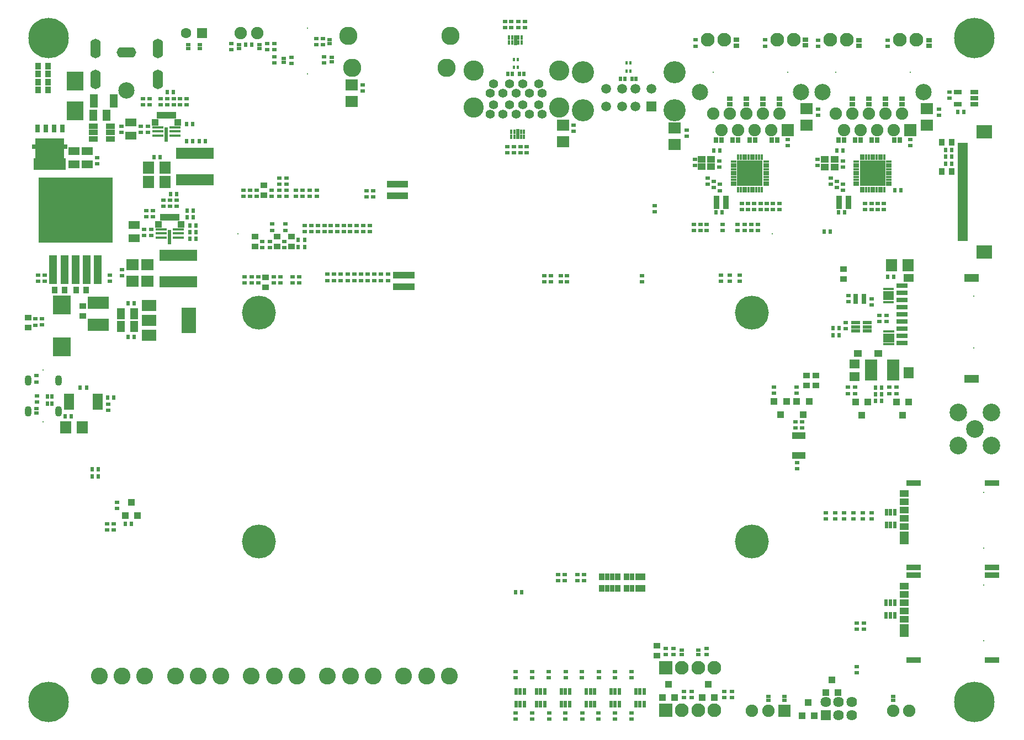
<source format=gbs>
G04*
G04 #@! TF.GenerationSoftware,Altium Limited,Altium Designer,23.4.1 (23)*
G04*
G04 Layer_Color=16711935*
%FSLAX25Y25*%
%MOIN*%
G70*
G04*
G04 #@! TF.SameCoordinates,6A7C3DE4-8593-4091-87D5-6454EB1C75A9*
G04*
G04*
G04 #@! TF.FilePolarity,Negative*
G04*
G01*
G75*
%ADD95R,0.02933X0.02233*%
%ADD97R,0.03800X0.04300*%
%ADD100R,0.01975X0.03156*%
%ADD101R,0.01581X0.02368*%
%ADD103R,0.04028X0.04422*%
%ADD105R,0.02233X0.02933*%
%ADD106R,0.02972X0.02272*%
%ADD107R,0.02272X0.02972*%
%ADD115R,0.04540X0.04147*%
%ADD122R,0.03398X0.02965*%
%ADD133R,0.03972X0.03472*%
%ADD149R,0.03156X0.01975*%
%ADD153R,0.04737X0.04737*%
%ADD162C,0.06400*%
%ADD163R,0.06400X0.06400*%
%ADD164C,0.20485*%
%ADD165C,0.00800*%
%ADD166C,0.11036*%
%ADD167C,0.10642*%
%ADD168C,0.07487*%
%ADD169R,0.08274X0.08274*%
%ADD170C,0.08274*%
%ADD171C,0.07487*%
%ADD172C,0.08274*%
%ADD173C,0.09849*%
%ADD174R,0.07487X0.07487*%
%ADD175O,0.04331X0.06299*%
%ADD176C,0.24422*%
%ADD177C,0.13386*%
%ADD178C,0.05906*%
%ADD179R,0.05906X0.05906*%
%ADD180C,0.12211*%
%ADD181C,0.05518*%
%ADD182C,0.09843*%
%ADD183C,0.00394*%
%ADD184O,0.06299X0.11811*%
%ADD185O,0.11811X0.06299*%
%ADD186C,0.06299*%
%ADD187R,0.06394X0.06299*%
%ADD188R,0.00800X0.00800*%
%ADD189C,0.07480*%
%ADD190R,0.07480X0.07480*%
%ADD191C,0.10243*%
%ADD637R,0.03550X0.01187*%
%ADD638R,0.02965X0.03398*%
%ADD639R,0.03950X0.01981*%
%ADD640R,0.06706X0.01784*%
%ADD641R,0.01981X0.04442*%
%ADD642R,0.02178X0.08674*%
%ADD643R,0.06551X0.04551*%
%ADD644R,0.06800X0.07800*%
%ADD645R,0.22847X0.06902*%
%ADD646R,0.02375X0.06312*%
%ADD647R,0.01587X0.03162*%
%ADD648R,0.10249X0.11824*%
%ADD649R,0.06312X0.01981*%
%ADD650R,0.02375X0.03950*%
%ADD651R,0.03359X0.04343*%
%ADD652R,0.02887X0.04343*%
%ADD653R,0.04300X0.03800*%
%ADD654R,0.09061X0.05124*%
%ADD655R,0.06306X0.06699*%
%ADD656R,0.06306X0.05124*%
%ADD657R,0.06699X0.03156*%
%ADD658R,0.04737X0.03162*%
%ADD659R,0.10918X0.11784*%
%ADD660R,0.03472X0.03972*%
%ADD661R,0.01187X0.03550*%
%ADD662R,0.15361X0.15361*%
%ADD663R,0.03556X0.07887*%
%ADD664R,0.09461X0.08280*%
%ADD665R,0.05918X0.01981*%
%ADD666R,0.07800X0.06800*%
%ADD667R,0.02802X0.02743*%
%ADD668R,0.03156X0.04928*%
%ADD669R,0.03280X0.04343*%
%ADD670R,0.05328X0.02375*%
%ADD671R,0.04816X0.17808*%
%ADD672R,0.44816X0.39816*%
%ADD673R,0.04973X0.07965*%
%ADD674R,0.04551X0.06551*%
%ADD675R,0.05603X0.03241*%
%ADD676R,0.12611X0.07493*%
%ADD677R,0.08674X0.15761*%
%ADD678R,0.08674X0.06706*%
%ADD679R,0.09068X0.03556*%
%ADD680R,0.05288X0.03950*%
%ADD681R,0.07493X0.12611*%
%ADD682R,0.01981X0.03950*%
%ADD683R,0.04540X0.04343*%
%ADD684R,0.05997X0.05524*%
%ADD685R,0.02769X0.01981*%
%ADD686R,0.03261X0.01784*%
%ADD687R,0.03261X0.02572*%
G36*
X25004Y356503D02*
X25041Y356492D01*
X25076Y356473D01*
X25107Y356448D01*
X25132Y356418D01*
X25150Y356383D01*
X25162Y356345D01*
X25166Y356306D01*
Y344499D01*
X25949D01*
X25988Y344495D01*
X26026Y344484D01*
X26060Y344465D01*
X26091Y344440D01*
X26116Y344410D01*
X26134Y344375D01*
X26146Y344337D01*
X26150Y344298D01*
Y337802D01*
X26146Y337763D01*
X26134Y337725D01*
X26116Y337690D01*
X26091Y337660D01*
X26060Y337635D01*
X26026Y337616D01*
X25988Y337605D01*
X25949Y337601D01*
X7051D01*
X7012Y337605D01*
X6974Y337616D01*
X6939Y337635D01*
X6909Y337660D01*
X6884Y337690D01*
X6865Y337725D01*
X6854Y337763D01*
X6850Y337802D01*
Y344298D01*
X6854Y344337D01*
X6865Y344375D01*
X6884Y344410D01*
X6909Y344440D01*
X6939Y344465D01*
X6974Y344484D01*
X7012Y344495D01*
X7051Y344499D01*
X7834D01*
Y356306D01*
X7838Y356345D01*
X7850Y356383D01*
X7868Y356418D01*
X7893Y356448D01*
X7924Y356473D01*
X7959Y356492D01*
X7996Y356503D01*
X8035Y356507D01*
X24964D01*
X25004Y356503D01*
D02*
G37*
D95*
X503850Y33433D02*
D03*
Y37133D02*
D03*
X495425Y325131D02*
D03*
Y328831D02*
D03*
X491706Y326881D02*
D03*
Y330581D02*
D03*
X487962Y328731D02*
D03*
Y332431D02*
D03*
X431654Y304444D02*
D03*
Y300744D02*
D03*
X436041Y304444D02*
D03*
Y300744D02*
D03*
X443951Y304444D02*
D03*
Y300744D02*
D03*
X440006Y304444D02*
D03*
Y300744D02*
D03*
X421224Y325031D02*
D03*
Y328731D02*
D03*
X417505Y330581D02*
D03*
Y326881D02*
D03*
X413762Y332431D02*
D03*
Y328731D02*
D03*
X441901Y317299D02*
D03*
Y313599D02*
D03*
X520061Y317299D02*
D03*
Y313599D02*
D03*
X192072Y270692D02*
D03*
Y274392D02*
D03*
X208500Y270692D02*
D03*
Y274392D02*
D03*
X216551D02*
D03*
Y270692D02*
D03*
X212495Y274392D02*
D03*
Y270692D02*
D03*
X184100D02*
D03*
Y274392D02*
D03*
X204382Y270692D02*
D03*
Y274392D02*
D03*
X196269Y270692D02*
D03*
Y274392D02*
D03*
X220608D02*
D03*
Y270692D02*
D03*
X95180Y376982D02*
D03*
Y380682D02*
D03*
X99075Y376982D02*
D03*
Y380682D02*
D03*
X91343Y376982D02*
D03*
Y380682D02*
D03*
X76908Y376982D02*
D03*
Y380682D02*
D03*
X72705Y376982D02*
D03*
Y380682D02*
D03*
X190072Y304050D02*
D03*
Y300350D02*
D03*
X126089Y413948D02*
D03*
Y410248D02*
D03*
X147800Y413948D02*
D03*
Y410248D02*
D03*
X323272Y93033D02*
D03*
Y89333D02*
D03*
X374100Y269950D02*
D03*
Y273650D02*
D03*
X423885Y18593D02*
D03*
Y22293D02*
D03*
X413197Y48242D02*
D03*
Y44542D02*
D03*
X307900Y34350D02*
D03*
Y30650D02*
D03*
X51133Y119847D02*
D03*
Y123547D02*
D03*
X54981Y119847D02*
D03*
Y123547D02*
D03*
X56995Y132736D02*
D03*
Y136436D02*
D03*
X453223Y313599D02*
D03*
Y317299D02*
D03*
X449449Y313599D02*
D03*
Y317299D02*
D03*
X445675Y313599D02*
D03*
Y317299D02*
D03*
X434352Y313589D02*
D03*
Y317289D02*
D03*
X438126Y313589D02*
D03*
Y317289D02*
D03*
X516351Y313599D02*
D03*
Y317299D02*
D03*
X508769Y313599D02*
D03*
Y317299D02*
D03*
X512600Y313599D02*
D03*
Y317299D02*
D03*
X205678Y300350D02*
D03*
Y304050D02*
D03*
X209880Y300350D02*
D03*
Y304050D02*
D03*
X207817Y324863D02*
D03*
Y321163D02*
D03*
X211749Y324863D02*
D03*
Y321163D02*
D03*
X381700Y315850D02*
D03*
Y312150D02*
D03*
X422649Y300744D02*
D03*
Y304444D02*
D03*
X421684Y270250D02*
D03*
Y273950D02*
D03*
X433206Y270250D02*
D03*
Y273950D02*
D03*
X427213Y270250D02*
D03*
Y273950D02*
D03*
X335000Y89333D02*
D03*
Y93033D02*
D03*
X388300Y44542D02*
D03*
Y48242D02*
D03*
X393052Y44542D02*
D03*
Y48242D02*
D03*
X404063Y22267D02*
D03*
Y18567D02*
D03*
X428400Y22293D02*
D03*
Y18593D02*
D03*
X413217Y304444D02*
D03*
Y300744D02*
D03*
X409283D02*
D03*
Y304444D02*
D03*
X292925Y351610D02*
D03*
Y347910D02*
D03*
X296816Y351610D02*
D03*
Y347910D02*
D03*
X51651Y196003D02*
D03*
Y192303D02*
D03*
X401028Y361480D02*
D03*
Y357780D02*
D03*
X406309Y412353D02*
D03*
Y416053D02*
D03*
X448309Y412353D02*
D03*
Y416053D02*
D03*
X480580Y374337D02*
D03*
Y370637D02*
D03*
X522500Y412317D02*
D03*
Y416017D02*
D03*
X480500D02*
D03*
Y412317D02*
D03*
X553291Y374337D02*
D03*
Y370637D02*
D03*
X291401Y427183D02*
D03*
Y423483D02*
D03*
X295255Y427183D02*
D03*
Y423483D02*
D03*
X332800Y360880D02*
D03*
Y364580D02*
D03*
X162565Y401862D02*
D03*
Y405562D02*
D03*
X170566Y304050D02*
D03*
Y300350D02*
D03*
X181963Y402262D02*
D03*
Y405962D02*
D03*
X177319Y416927D02*
D03*
Y413227D02*
D03*
X205517Y388784D02*
D03*
Y385084D02*
D03*
X152139Y405980D02*
D03*
Y402280D02*
D03*
X405550Y304444D02*
D03*
Y300744D02*
D03*
X399536Y18567D02*
D03*
Y22267D02*
D03*
X315000Y273650D02*
D03*
Y269950D02*
D03*
X319200Y273650D02*
D03*
Y269950D02*
D03*
X502900Y206061D02*
D03*
Y202361D02*
D03*
X497166Y245301D02*
D03*
Y241601D02*
D03*
X155086Y332700D02*
D03*
Y329000D02*
D03*
X159275Y332700D02*
D03*
Y329000D02*
D03*
X9397Y270150D02*
D03*
Y273850D02*
D03*
X13397D02*
D03*
Y270150D02*
D03*
X52600Y273850D02*
D03*
Y270150D02*
D03*
X74705Y309249D02*
D03*
Y312949D02*
D03*
X78908Y309249D02*
D03*
Y312949D02*
D03*
X93143Y319149D02*
D03*
Y315449D02*
D03*
X485225Y130159D02*
D03*
Y126459D02*
D03*
X527700Y202361D02*
D03*
Y206061D02*
D03*
X523300Y202361D02*
D03*
Y206061D02*
D03*
X453901Y202472D02*
D03*
Y206172D02*
D03*
X467590Y202472D02*
D03*
Y206172D02*
D03*
X490723Y130159D02*
D03*
Y126459D02*
D03*
X496257Y130159D02*
D03*
Y126459D02*
D03*
X501774Y130159D02*
D03*
Y126459D02*
D03*
X507279Y130159D02*
D03*
Y126459D02*
D03*
X367900Y5600D02*
D03*
Y9300D02*
D03*
Y30650D02*
D03*
Y34350D02*
D03*
X337900Y30650D02*
D03*
Y34350D02*
D03*
X357900Y30650D02*
D03*
Y34350D02*
D03*
X348000Y30650D02*
D03*
Y34350D02*
D03*
X317900Y30650D02*
D03*
Y34350D02*
D03*
X357900Y9300D02*
D03*
Y5600D02*
D03*
X338000Y9300D02*
D03*
Y5600D02*
D03*
X327900Y9300D02*
D03*
Y5600D02*
D03*
X307900Y9300D02*
D03*
Y5600D02*
D03*
X163000Y272875D02*
D03*
Y269175D02*
D03*
X167059Y272875D02*
D03*
Y269175D02*
D03*
X498459Y206061D02*
D03*
Y202361D02*
D03*
X318006Y9300D02*
D03*
Y5600D02*
D03*
X297900Y9300D02*
D03*
Y5600D02*
D03*
X197875Y300350D02*
D03*
Y304050D02*
D03*
X186171Y300350D02*
D03*
Y304050D02*
D03*
X178369Y300350D02*
D03*
Y304050D02*
D03*
X512764Y255932D02*
D03*
Y259632D02*
D03*
X498806Y257819D02*
D03*
Y261519D02*
D03*
X507932Y63550D02*
D03*
Y59850D02*
D03*
X297900Y30650D02*
D03*
Y34350D02*
D03*
X327939Y30650D02*
D03*
Y34350D02*
D03*
X347900Y9300D02*
D03*
Y5600D02*
D03*
X324939Y269950D02*
D03*
Y273650D02*
D03*
X328876Y269950D02*
D03*
Y273650D02*
D03*
D97*
X15300Y385800D02*
D03*
X9300D02*
D03*
X9300Y390655D02*
D03*
X15300D02*
D03*
X9300Y395500D02*
D03*
X15300D02*
D03*
X9300Y400337D02*
D03*
X15300D02*
D03*
D100*
X295797Y395521D02*
D03*
X293238D02*
D03*
X300141Y395626D02*
D03*
X302700D02*
D03*
X15158Y200611D02*
D03*
X17717D02*
D03*
Y196244D02*
D03*
X15158D02*
D03*
X363779Y392700D02*
D03*
X361221D02*
D03*
X368000Y392700D02*
D03*
X370559D02*
D03*
D101*
X296780Y404321D02*
D03*
Y399400D02*
D03*
X298945Y404321D02*
D03*
Y399400D02*
D03*
X364835Y402121D02*
D03*
Y397200D02*
D03*
X367000Y402121D02*
D03*
Y397200D02*
D03*
D103*
X485020Y21500D02*
D03*
X492500D02*
D03*
X488760Y29374D02*
D03*
X470760Y7563D02*
D03*
X478240D02*
D03*
X474500Y15437D02*
D03*
X65750Y136397D02*
D03*
X69490Y128523D02*
D03*
X62010D02*
D03*
X414039Y26480D02*
D03*
X417779Y18606D02*
D03*
X410299D02*
D03*
X390191Y26480D02*
D03*
X393931Y18606D02*
D03*
X386450D02*
D03*
X471330Y189623D02*
D03*
X467590Y197497D02*
D03*
X475071D02*
D03*
X457641Y189623D02*
D03*
X453901Y197497D02*
D03*
X461381D02*
D03*
X531362Y189223D02*
D03*
X527622Y197097D02*
D03*
X535103D02*
D03*
X506679Y189223D02*
D03*
X502938Y197097D02*
D03*
X510419D02*
D03*
D105*
X491712Y349213D02*
D03*
X495412D02*
D03*
X417512D02*
D03*
X421212D02*
D03*
X102900Y365215D02*
D03*
X99200D02*
D03*
X106651Y354800D02*
D03*
X110351D02*
D03*
X41950Y152156D02*
D03*
X45650D02*
D03*
X41950Y156500D02*
D03*
X45650D02*
D03*
X65710Y123479D02*
D03*
X62010D02*
D03*
X166597Y295220D02*
D03*
X170297D02*
D03*
X568381Y372472D02*
D03*
X564681D02*
D03*
X25758Y188465D02*
D03*
X29458D02*
D03*
X51301Y199781D02*
D03*
X55001D02*
D03*
X522550Y272789D02*
D03*
X526250D02*
D03*
X101227Y304024D02*
D03*
X104927D02*
D03*
Y299914D02*
D03*
X101227D02*
D03*
X103077Y308800D02*
D03*
X99377D02*
D03*
X103077Y312929D02*
D03*
X99377D02*
D03*
X561114Y345458D02*
D03*
X557414D02*
D03*
X170297Y290820D02*
D03*
X166597D02*
D03*
D106*
X158599Y301050D02*
D03*
Y304750D02*
D03*
X457090Y317299D02*
D03*
Y313599D02*
D03*
X200323Y270692D02*
D03*
Y274392D02*
D03*
X188156Y270692D02*
D03*
Y274392D02*
D03*
X150443Y321413D02*
D03*
Y325113D02*
D03*
X159275D02*
D03*
Y321413D02*
D03*
X155086Y325113D02*
D03*
Y321413D02*
D03*
X164965Y325113D02*
D03*
Y321413D02*
D03*
X169155Y325113D02*
D03*
Y321413D02*
D03*
X173544D02*
D03*
Y325113D02*
D03*
X177734D02*
D03*
Y321413D02*
D03*
X7800Y243700D02*
D03*
Y247400D02*
D03*
X11709Y247550D02*
D03*
Y243850D02*
D03*
X71455Y360203D02*
D03*
Y363903D02*
D03*
X75658Y360202D02*
D03*
Y363902D02*
D03*
X87401Y376982D02*
D03*
Y380682D02*
D03*
X83459D02*
D03*
Y376982D02*
D03*
X182269Y304050D02*
D03*
Y300350D02*
D03*
X152139Y413948D02*
D03*
Y410248D02*
D03*
X327325Y89333D02*
D03*
Y93033D02*
D03*
X339000Y89333D02*
D03*
Y93033D02*
D03*
X559800Y380950D02*
D03*
Y384650D02*
D03*
X8563Y213076D02*
D03*
Y209376D02*
D03*
X8600Y200850D02*
D03*
Y197150D02*
D03*
X155700Y272875D02*
D03*
Y269175D02*
D03*
X150700Y301050D02*
D03*
Y304750D02*
D03*
X142343Y269175D02*
D03*
Y272875D02*
D03*
X138280Y269175D02*
D03*
Y272875D02*
D03*
X134200Y269175D02*
D03*
Y272875D02*
D03*
X133400Y321413D02*
D03*
Y325113D02*
D03*
X480236Y343993D02*
D03*
Y340293D02*
D03*
X303283Y423483D02*
D03*
Y427183D02*
D03*
X299392Y423483D02*
D03*
Y427183D02*
D03*
X300707Y351640D02*
D03*
Y347940D02*
D03*
X304598Y351610D02*
D03*
Y347910D02*
D03*
X495368Y339288D02*
D03*
Y342988D02*
D03*
X536151Y355850D02*
D03*
Y352150D02*
D03*
X462058Y352087D02*
D03*
Y355787D02*
D03*
X181282Y413227D02*
D03*
Y416927D02*
D03*
X406036Y344007D02*
D03*
Y340307D02*
D03*
X420862Y339288D02*
D03*
Y342988D02*
D03*
X45243Y344940D02*
D03*
Y341240D02*
D03*
X521850Y249663D02*
D03*
Y245963D02*
D03*
X517484Y249662D02*
D03*
Y245962D02*
D03*
X60082Y273430D02*
D03*
Y277130D02*
D03*
X59603Y360148D02*
D03*
Y363848D02*
D03*
X73428Y301449D02*
D03*
Y297749D02*
D03*
X77658Y301448D02*
D03*
Y297748D02*
D03*
X85259Y315449D02*
D03*
Y319149D02*
D03*
X89206Y315449D02*
D03*
Y319149D02*
D03*
X512769Y130159D02*
D03*
Y126459D02*
D03*
X174468Y304050D02*
D03*
Y300350D02*
D03*
X193974Y304050D02*
D03*
Y300350D02*
D03*
X470920Y185113D02*
D03*
Y181413D02*
D03*
X466683Y181413D02*
D03*
Y185113D02*
D03*
X467800Y156813D02*
D03*
Y160513D02*
D03*
X151636Y269175D02*
D03*
Y272875D02*
D03*
X158200Y294170D02*
D03*
Y290470D02*
D03*
X144605Y294170D02*
D03*
Y290470D02*
D03*
X149532Y294170D02*
D03*
Y290470D02*
D03*
X141547Y325113D02*
D03*
Y321413D02*
D03*
X137480Y325113D02*
D03*
Y321413D02*
D03*
X503700Y63550D02*
D03*
Y59850D02*
D03*
X201777Y300350D02*
D03*
Y304050D02*
D03*
D107*
X530455Y325364D02*
D03*
X526755D02*
D03*
X87424Y384450D02*
D03*
X91124D02*
D03*
X99100Y354800D02*
D03*
X102800D02*
D03*
X79550Y345300D02*
D03*
X83250D02*
D03*
X138550Y413348D02*
D03*
X134850D02*
D03*
X297750Y82100D02*
D03*
X301450D02*
D03*
X557414Y341331D02*
D03*
X561114D02*
D03*
X496592Y311800D02*
D03*
X492892D02*
D03*
X38601Y205894D02*
D03*
X34901D02*
D03*
X418856Y311857D02*
D03*
X422556D02*
D03*
X484150Y300184D02*
D03*
X487850D02*
D03*
X489424Y242010D02*
D03*
X493124D02*
D03*
X493125Y237714D02*
D03*
X489425D02*
D03*
X63649Y256718D02*
D03*
X67349D02*
D03*
X104927Y295854D02*
D03*
X101227D02*
D03*
X93124Y322900D02*
D03*
X89424D02*
D03*
X63650Y236516D02*
D03*
X67350D02*
D03*
X518869Y205763D02*
D03*
X515169D02*
D03*
X515150Y197763D02*
D03*
X518850D02*
D03*
X515149Y201774D02*
D03*
X518849D02*
D03*
X561114Y349586D02*
D03*
X557414D02*
D03*
D115*
X410205Y343993D02*
D03*
X415913D02*
D03*
Y339465D02*
D03*
X410205D02*
D03*
X484582Y343816D02*
D03*
X490290D02*
D03*
Y339288D02*
D03*
X484582D02*
D03*
D122*
X427158Y380610D02*
D03*
Y377264D02*
D03*
X431007Y412706D02*
D03*
Y416053D02*
D03*
X437158Y380610D02*
D03*
Y377264D02*
D03*
X447158Y380610D02*
D03*
Y377264D02*
D03*
X472800Y412727D02*
D03*
Y416073D02*
D03*
X457158Y380610D02*
D03*
Y377264D02*
D03*
X511151Y380610D02*
D03*
Y377264D02*
D03*
X521151Y380610D02*
D03*
Y377264D02*
D03*
X501151Y380610D02*
D03*
Y377264D02*
D03*
X505000Y412594D02*
D03*
Y415940D02*
D03*
X531151Y380610D02*
D03*
Y377264D02*
D03*
X547500Y412694D02*
D03*
Y416040D02*
D03*
D133*
X162509Y291069D02*
D03*
Y297069D02*
D03*
X3500Y248300D02*
D03*
Y242300D02*
D03*
X383100Y49900D02*
D03*
Y43900D02*
D03*
X145916Y328063D02*
D03*
Y322063D02*
D03*
X146748Y272421D02*
D03*
Y266421D02*
D03*
X153856Y291069D02*
D03*
Y297069D02*
D03*
X140300Y291069D02*
D03*
Y297069D02*
D03*
D149*
X398132Y44620D02*
D03*
Y47179D02*
D03*
X408000Y44620D02*
D03*
Y47179D02*
D03*
X460185Y19379D02*
D03*
Y16820D02*
D03*
X450343Y19379D02*
D03*
Y16820D02*
D03*
X8563Y190498D02*
D03*
Y193057D02*
D03*
X186687Y405409D02*
D03*
Y402850D02*
D03*
X185487Y413816D02*
D03*
Y416375D02*
D03*
X157841Y402450D02*
D03*
Y405009D02*
D03*
X143200Y413378D02*
D03*
Y410819D02*
D03*
X130700Y413378D02*
D03*
Y410819D02*
D03*
X100167Y413378D02*
D03*
Y410819D02*
D03*
X107000Y413378D02*
D03*
Y410819D02*
D03*
X525650Y16720D02*
D03*
Y19279D02*
D03*
D153*
X16500Y347054D02*
D03*
D162*
X500716Y15788D02*
D03*
X484969D02*
D03*
X492842Y7914D02*
D03*
Y15788D02*
D03*
X500716Y7914D02*
D03*
D163*
X484969D02*
D03*
D164*
X142662Y251315D02*
D03*
X440300D02*
D03*
Y112850D02*
D03*
X142662D02*
D03*
D165*
X452891Y298921D02*
D03*
X130057D02*
D03*
X574512Y229795D02*
D03*
Y261291D02*
D03*
X536091Y396553D02*
D03*
X491211D02*
D03*
X12500Y216659D02*
D03*
Y185163D02*
D03*
X417218Y396553D02*
D03*
X462098D02*
D03*
X172014Y395563D02*
D03*
Y423122D02*
D03*
D166*
X256143Y399226D02*
D03*
X199057D02*
D03*
X196695Y418714D02*
D03*
X258506D02*
D03*
D167*
X564932Y191000D02*
D03*
X584932D02*
D03*
Y171000D02*
D03*
X564932D02*
D03*
X574932Y181000D02*
D03*
D168*
X131889Y420191D02*
D03*
X141739D02*
D03*
X525650Y10686D02*
D03*
X535500D02*
D03*
D169*
X388315Y36712D02*
D03*
Y10906D02*
D03*
D170*
X398158Y36712D02*
D03*
X408000D02*
D03*
X417843D02*
D03*
Y10906D02*
D03*
X408000D02*
D03*
X398158D02*
D03*
D171*
X491151Y371553D02*
D03*
X496151Y361553D02*
D03*
X501151Y371553D02*
D03*
X506151Y361553D02*
D03*
X511151Y371553D02*
D03*
X516151Y361553D02*
D03*
X521151Y371553D02*
D03*
X526151Y361553D02*
D03*
X531151Y371553D02*
D03*
X457158D02*
D03*
X452158Y361553D02*
D03*
X447158Y371553D02*
D03*
X442158Y361553D02*
D03*
X437158Y371553D02*
D03*
X432158Y361553D02*
D03*
X427158Y371553D02*
D03*
X422158Y361553D02*
D03*
X417158Y371553D02*
D03*
D172*
X529651Y416053D02*
D03*
X539651D02*
D03*
X497651D02*
D03*
X487651D02*
D03*
X413658D02*
D03*
X423658D02*
D03*
X465658D02*
D03*
X455658D02*
D03*
D173*
X483139Y384543D02*
D03*
X544163D02*
D03*
X470170D02*
D03*
X409146D02*
D03*
D174*
X536151Y361529D02*
D03*
X462158D02*
D03*
D175*
X3327Y191580D02*
D03*
X21673D02*
D03*
Y210242D02*
D03*
X3327D02*
D03*
D176*
X574803Y417323D02*
D03*
X15748D02*
D03*
X574803Y15748D02*
D03*
X15748D02*
D03*
D177*
X393819Y373626D02*
D03*
Y396421D02*
D03*
X338307D02*
D03*
Y373626D02*
D03*
D178*
X352284Y386500D02*
D03*
X362126D02*
D03*
X370000D02*
D03*
X379843D02*
D03*
X352284Y375870D02*
D03*
X362126D02*
D03*
X370000D02*
D03*
D179*
X379843D02*
D03*
D180*
X324000Y375138D02*
D03*
X272268D02*
D03*
Y397500D02*
D03*
X324000D02*
D03*
D181*
X313882Y371122D02*
D03*
X306008D02*
D03*
X298134D02*
D03*
X290260D02*
D03*
X282386D02*
D03*
X311913Y377028D02*
D03*
X302071D02*
D03*
X294197D02*
D03*
X284354D02*
D03*
X313882Y383721D02*
D03*
X306008D02*
D03*
X298134D02*
D03*
X290260D02*
D03*
X282386D02*
D03*
X284354Y389626D02*
D03*
X294197D02*
D03*
X302071D02*
D03*
X311913D02*
D03*
D182*
X62898Y385409D02*
D03*
D183*
Y421827D02*
D03*
D184*
X81795Y411000D02*
D03*
Y392299D02*
D03*
X44000Y411000D02*
D03*
Y392299D02*
D03*
D185*
X62898Y408638D02*
D03*
D186*
X98679Y420377D02*
D03*
D187*
X108522D02*
D03*
D188*
X580500Y109000D02*
D03*
Y142464D02*
D03*
Y53036D02*
D03*
Y86500D02*
D03*
D189*
X440500Y10500D02*
D03*
X450343D02*
D03*
D190*
X460185D02*
D03*
D191*
X46320Y31700D02*
D03*
X60100D02*
D03*
X73880D02*
D03*
X92290D02*
D03*
X106070D02*
D03*
X119849D02*
D03*
X184230D02*
D03*
X198010D02*
D03*
X211789D02*
D03*
X138260D02*
D03*
X152040D02*
D03*
X165819D02*
D03*
X230200D02*
D03*
X243980D02*
D03*
X257759D02*
D03*
D637*
X449050Y336306D02*
D03*
Y334726D02*
D03*
Y333156D02*
D03*
Y331576D02*
D03*
X523250Y342606D02*
D03*
Y341026D02*
D03*
Y339456D02*
D03*
Y337876D02*
D03*
Y336306D02*
D03*
Y334726D02*
D03*
Y333156D02*
D03*
Y331576D02*
D03*
Y330006D02*
D03*
Y328426D02*
D03*
X503570D02*
D03*
Y330006D02*
D03*
Y331576D02*
D03*
Y333156D02*
D03*
Y334726D02*
D03*
Y336306D02*
D03*
Y337876D02*
D03*
Y339456D02*
D03*
Y341026D02*
D03*
Y342606D02*
D03*
X449050D02*
D03*
Y341026D02*
D03*
Y339456D02*
D03*
Y337876D02*
D03*
Y330006D02*
D03*
Y328426D02*
D03*
X429370D02*
D03*
Y330006D02*
D03*
Y331576D02*
D03*
Y333156D02*
D03*
Y334726D02*
D03*
Y336306D02*
D03*
Y337876D02*
D03*
Y339456D02*
D03*
Y341026D02*
D03*
Y342606D02*
D03*
D638*
X502872Y355453D02*
D03*
X506218D02*
D03*
X496151D02*
D03*
X492805D02*
D03*
X516166D02*
D03*
X512819D02*
D03*
X526378D02*
D03*
X529724D02*
D03*
X418712D02*
D03*
X422058D02*
D03*
X428728D02*
D03*
X432075D02*
D03*
X439010D02*
D03*
X442356D02*
D03*
X455705D02*
D03*
X452358D02*
D03*
D639*
X93606Y367284D02*
D03*
Y365315D02*
D03*
X80217D02*
D03*
Y367284D02*
D03*
X95606Y305602D02*
D03*
Y303633D02*
D03*
X82217D02*
D03*
Y305602D02*
D03*
D640*
X92224Y363347D02*
D03*
Y360788D02*
D03*
Y358229D02*
D03*
X81600Y358229D02*
D03*
Y360788D02*
D03*
Y363347D02*
D03*
X94224Y301665D02*
D03*
Y299106D02*
D03*
Y296547D02*
D03*
X83600D02*
D03*
Y299106D02*
D03*
Y301665D02*
D03*
D641*
X81991Y370482D02*
D03*
X83959D02*
D03*
X85928D02*
D03*
X87896D02*
D03*
X89865D02*
D03*
X91833D02*
D03*
X83991Y308800D02*
D03*
X85959D02*
D03*
X87928D02*
D03*
X89896D02*
D03*
X91865D02*
D03*
X93833D02*
D03*
D642*
X86912Y358721D02*
D03*
X88912Y297039D02*
D03*
D643*
X65500Y366200D02*
D03*
Y358200D02*
D03*
X39242Y348989D02*
D03*
Y340989D02*
D03*
X31242Y348990D02*
D03*
Y340990D02*
D03*
X67411Y296098D02*
D03*
Y304098D02*
D03*
D644*
X86221Y330063D02*
D03*
X76221D02*
D03*
X86221Y338886D02*
D03*
X76221D02*
D03*
X26146Y181752D02*
D03*
X36146D02*
D03*
X534600Y279889D02*
D03*
X524600D02*
D03*
D645*
X104000Y347472D02*
D03*
Y331528D02*
D03*
X94000Y269986D02*
D03*
Y285930D02*
D03*
D646*
X298987Y359100D02*
D03*
X297625Y415994D02*
D03*
D647*
X295050Y360675D02*
D03*
X297019D02*
D03*
X300956D02*
D03*
X302924D02*
D03*
Y357525D02*
D03*
X300956D02*
D03*
X297019D02*
D03*
X295050D02*
D03*
X301562Y417568D02*
D03*
X299594D02*
D03*
X295657D02*
D03*
X293688D02*
D03*
Y414419D02*
D03*
X295657D02*
D03*
X299594D02*
D03*
X301562D02*
D03*
D648*
X31700Y373245D02*
D03*
Y391355D02*
D03*
D649*
X28090Y197381D02*
D03*
Y199349D02*
D03*
X45413Y195412D02*
D03*
Y197381D02*
D03*
X28090Y201318D02*
D03*
Y195412D02*
D03*
Y193444D02*
D03*
X45413D02*
D03*
Y199349D02*
D03*
Y201318D02*
D03*
D650*
X325341Y22219D02*
D03*
X327900D02*
D03*
X330459D02*
D03*
X327900Y14581D02*
D03*
X325341D02*
D03*
X330459D02*
D03*
X370341Y14584D02*
D03*
X372900D02*
D03*
X375459D02*
D03*
Y22222D02*
D03*
X372900D02*
D03*
X370341D02*
D03*
X345559Y14584D02*
D03*
X343000D02*
D03*
X340441D02*
D03*
X343000Y22222D02*
D03*
X345559D02*
D03*
X340441D02*
D03*
X310341D02*
D03*
X315459D02*
D03*
X312900D02*
D03*
X310341Y14584D02*
D03*
X312900D02*
D03*
X315459D02*
D03*
X297941Y14681D02*
D03*
X300500D02*
D03*
X303059D02*
D03*
Y22319D02*
D03*
X300500D02*
D03*
X297941D02*
D03*
X355341Y22219D02*
D03*
X357900D02*
D03*
X360459D02*
D03*
Y14581D02*
D03*
X357900D02*
D03*
X355341D02*
D03*
X526659Y75819D02*
D03*
X524100D02*
D03*
X521541D02*
D03*
Y68181D02*
D03*
X524100D02*
D03*
X526659D02*
D03*
X526744Y122889D02*
D03*
X524185D02*
D03*
X521626D02*
D03*
Y130526D02*
D03*
X524185D02*
D03*
X526744D02*
D03*
D651*
X359429Y84703D02*
D03*
X349665D02*
D03*
Y91672D02*
D03*
X359429D02*
D03*
X374580Y91672D02*
D03*
X364816D02*
D03*
Y84703D02*
D03*
X374580D02*
D03*
D652*
X356122D02*
D03*
X352972D02*
D03*
Y91672D02*
D03*
X356122D02*
D03*
X371272Y91672D02*
D03*
X368123D02*
D03*
Y84703D02*
D03*
X371272D02*
D03*
D653*
X495795Y271426D02*
D03*
Y277426D02*
D03*
X36403Y249081D02*
D03*
Y255081D02*
D03*
X473356Y207063D02*
D03*
Y213063D02*
D03*
X479100Y207063D02*
D03*
Y213063D02*
D03*
D654*
X572937Y272314D02*
D03*
Y211291D02*
D03*
D655*
X535142Y214834D02*
D03*
D656*
Y272346D02*
D03*
D657*
X531205Y267621D02*
D03*
Y263291D02*
D03*
Y258960D02*
D03*
Y254632D02*
D03*
Y250300D02*
D03*
Y245970D02*
D03*
Y241638D02*
D03*
Y237309D02*
D03*
Y232980D02*
D03*
D658*
X564682Y384640D02*
D03*
Y377160D02*
D03*
X574919D02*
D03*
Y380900D02*
D03*
Y384640D02*
D03*
D659*
X23900Y230546D02*
D03*
Y255900D02*
D03*
D660*
X561164Y336609D02*
D03*
X555164D02*
D03*
X19500Y265043D02*
D03*
X25500D02*
D03*
X38500Y265042D02*
D03*
X32500D02*
D03*
X555044Y354235D02*
D03*
X561044D02*
D03*
D661*
X506320Y325676D02*
D03*
X507900D02*
D03*
X509470D02*
D03*
X511050D02*
D03*
X512620D02*
D03*
X514200D02*
D03*
X515770D02*
D03*
X517350D02*
D03*
X518920D02*
D03*
X520500D02*
D03*
Y345356D02*
D03*
X518920D02*
D03*
X517350D02*
D03*
X515770D02*
D03*
X514200D02*
D03*
X512620D02*
D03*
X511050D02*
D03*
X509470D02*
D03*
X507900D02*
D03*
X506320D02*
D03*
X432120Y325676D02*
D03*
X433700D02*
D03*
X435270D02*
D03*
X436850D02*
D03*
X438420D02*
D03*
X440000D02*
D03*
X441570D02*
D03*
X443150D02*
D03*
X444720D02*
D03*
X446300D02*
D03*
Y345356D02*
D03*
X444720D02*
D03*
X443150D02*
D03*
X441570D02*
D03*
X440000D02*
D03*
X438420D02*
D03*
X436850D02*
D03*
X435270D02*
D03*
X433700D02*
D03*
X432120D02*
D03*
D662*
X513410Y335516D02*
D03*
X439210D02*
D03*
D663*
X492966Y317900D02*
D03*
X498872D02*
D03*
X418947Y318000D02*
D03*
X424853D02*
D03*
D664*
X580698Y287968D02*
D03*
Y360409D02*
D03*
D665*
X567902Y352732D02*
D03*
Y350764D02*
D03*
Y348795D02*
D03*
Y346827D02*
D03*
Y344858D02*
D03*
Y342890D02*
D03*
Y340921D02*
D03*
Y338953D02*
D03*
Y336984D02*
D03*
Y335016D02*
D03*
Y333047D02*
D03*
Y331079D02*
D03*
Y329110D02*
D03*
Y327142D02*
D03*
Y325173D02*
D03*
Y323205D02*
D03*
Y321236D02*
D03*
Y319268D02*
D03*
Y317299D02*
D03*
Y315331D02*
D03*
Y313362D02*
D03*
Y311394D02*
D03*
Y309425D02*
D03*
Y307457D02*
D03*
Y305488D02*
D03*
Y303520D02*
D03*
Y301551D02*
D03*
Y299583D02*
D03*
Y297614D02*
D03*
Y295646D02*
D03*
D666*
X546000Y374417D02*
D03*
Y364417D02*
D03*
X473489Y374417D02*
D03*
Y364417D02*
D03*
X393819Y352830D02*
D03*
Y362830D02*
D03*
X326500Y364430D02*
D03*
Y354430D02*
D03*
X198637Y388797D02*
D03*
Y378797D02*
D03*
X66535Y270137D02*
D03*
Y280137D02*
D03*
X75458Y270137D02*
D03*
Y280137D02*
D03*
D667*
X25900Y351600D02*
D03*
X7100D02*
D03*
D668*
X24000Y362527D02*
D03*
X19000Y362546D02*
D03*
X9000Y362527D02*
D03*
X14000Y362546D02*
D03*
D669*
X221603Y321879D02*
D03*
X224753D02*
D03*
X227902D02*
D03*
X231052D02*
D03*
X221603Y328847D02*
D03*
X224753D02*
D03*
X227902D02*
D03*
X231052D02*
D03*
X225533Y266779D02*
D03*
X228683D02*
D03*
X231832D02*
D03*
X234982D02*
D03*
X225533Y273747D02*
D03*
X228683D02*
D03*
X231832D02*
D03*
X234982D02*
D03*
D670*
X510001Y245223D02*
D03*
Y242664D02*
D03*
Y240105D02*
D03*
X502993D02*
D03*
Y242664D02*
D03*
Y245223D02*
D03*
D671*
X18588Y277208D02*
D03*
X25281D02*
D03*
X31974D02*
D03*
X38666D02*
D03*
X45359D02*
D03*
D672*
X31974Y313212D02*
D03*
D673*
X42937Y379100D02*
D03*
X54968D02*
D03*
D674*
X42700Y370700D02*
D03*
X50700D02*
D03*
X67500Y242772D02*
D03*
X59500D02*
D03*
X67501Y250674D02*
D03*
X59501D02*
D03*
D675*
X53002Y363840D02*
D03*
Y360100D02*
D03*
Y356360D02*
D03*
X42687D02*
D03*
Y360100D02*
D03*
Y363840D02*
D03*
D676*
X45700Y243907D02*
D03*
Y257293D02*
D03*
D677*
X100508Y246500D02*
D03*
D678*
X76492Y237445D02*
D03*
Y246500D02*
D03*
Y255555D02*
D03*
D679*
X538177Y97189D02*
D03*
Y148370D02*
D03*
X585421Y97189D02*
D03*
Y148370D02*
D03*
X538177Y41224D02*
D03*
Y92406D02*
D03*
X585421Y41224D02*
D03*
Y92406D02*
D03*
D680*
X532350Y141795D02*
D03*
Y136795D02*
D03*
Y131795D02*
D03*
Y126795D02*
D03*
Y121795D02*
D03*
Y116795D02*
D03*
Y113055D02*
D03*
Y85831D02*
D03*
Y80831D02*
D03*
Y75831D02*
D03*
Y70831D02*
D03*
Y65831D02*
D03*
Y60831D02*
D03*
Y57091D02*
D03*
D681*
X525893Y216463D02*
D03*
X512507D02*
D03*
D682*
X471720Y164814D02*
D03*
X469752D02*
D03*
X467783D02*
D03*
X465815D02*
D03*
Y177019D02*
D03*
X467783D02*
D03*
X469752D02*
D03*
X471720D02*
D03*
D683*
X504278Y226415D02*
D03*
X516679D02*
D03*
D684*
X502509Y212476D02*
D03*
Y220350D02*
D03*
D685*
X508012Y261568D02*
D03*
Y259600D02*
D03*
Y257631D02*
D03*
X502988D02*
D03*
Y259600D02*
D03*
Y261568D02*
D03*
D686*
X521349Y257582D02*
D03*
Y259551D02*
D03*
Y263488D02*
D03*
Y265456D02*
D03*
X524400D02*
D03*
Y263488D02*
D03*
Y259551D02*
D03*
Y257582D02*
D03*
X521549Y232052D02*
D03*
Y234021D02*
D03*
Y237958D02*
D03*
Y239926D02*
D03*
X524600D02*
D03*
Y237958D02*
D03*
Y234021D02*
D03*
Y232052D02*
D03*
D687*
X521349Y261519D02*
D03*
X524400D02*
D03*
X521549Y235989D02*
D03*
X524600D02*
D03*
M02*

</source>
